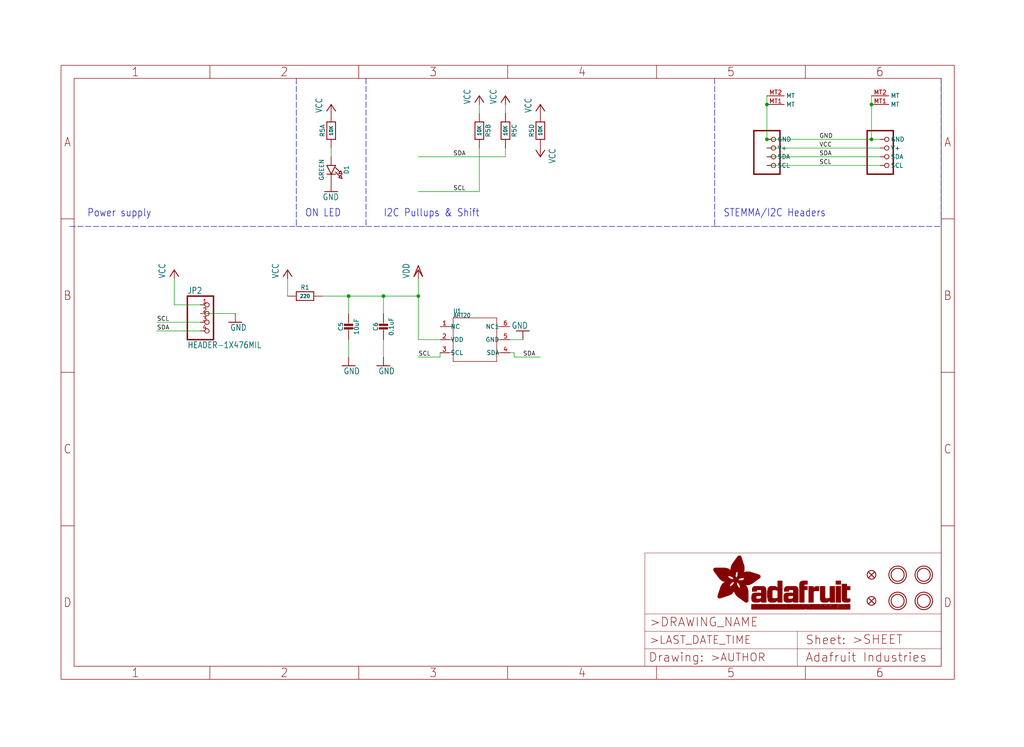
<source format=kicad_sch>
(kicad_sch (version 20211123) (generator eeschema)
  (paper "User" 298.45 217.881)
  (lib_symbols
    (symbol "eagleSchem-eagle-import:CAP_CERAMIC0603_NO"
      (property "Reference" "C" (at -2.29 1.25 90))
      (property "Value" "CAP_CERAMIC0603_NO" (at 2.3 1.25 90))
      (symbol "CAP_CERAMIC0603_NO_1_0"
        (pin passive line (at 0 5.08 270) (length 2.54) (name "1") (number "1"))
        (pin passive line (at 0 -2.54 90) (length 2.54) (name "2") (number "2"))
      )
    )
    (symbol "eagleSchem-eagle-import:CAP_CERAMIC0805-NOOUTLINE"
      (property "Reference" "C" (at -2.29 1.25 90))
      (property "Value" "CAP_CERAMIC0805-NOOUTLINE" (at 2.3 1.25 90))
      (symbol "CAP_CERAMIC0805-NOOUTLINE_1_0"
        (pin passive line (at 0 5.08 270) (length 2.54) (name "1") (number "1"))
        (pin passive line (at 0 -2.54 90) (length 2.54) (name "2") (number "2"))
      )
    )
    (symbol "eagleSchem-eagle-import:FIDUCIAL_1MM")
    (symbol "eagleSchem-eagle-import:FRAME_A4_ADAFRUIT"
      (symbol "FRAME_A4_ADAFRUIT_0_0"
        (text "1" (at 21.6958 1.905 0) (effects (font (size 2.54 2.286))))
        (text "1" (at 21.6958 177.165 0) (effects (font (size 2.54 2.286))))
        (text "2" (at 65.0875 1.905 0) (effects (font (size 2.54 2.286))))
        (text "2" (at 65.0875 177.165 0) (effects (font (size 2.54 2.286))))
        (text "3" (at 108.4792 1.905 0) (effects (font (size 2.54 2.286))))
        (text "3" (at 108.4792 177.165 0) (effects (font (size 2.54 2.286))))
        (text "4" (at 151.8708 1.905 0) (effects (font (size 2.54 2.286))))
        (text "4" (at 151.8708 177.165 0) (effects (font (size 2.54 2.286))))
        (text "5" (at 195.2625 1.905 0) (effects (font (size 2.54 2.286))))
        (text "5" (at 195.2625 177.165 0) (effects (font (size 2.54 2.286))))
        (text "6" (at 238.6542 1.905 0) (effects (font (size 2.54 2.286))))
        (text "6" (at 238.6542 177.165 0) (effects (font (size 2.54 2.286))))
        (text "A" (at 1.905 156.6863 0) (effects (font (size 2.54 2.286))))
        (text "A" (at 258.445 156.6863 0) (effects (font (size 2.54 2.286))))
        (text "B" (at 1.905 111.9188 0) (effects (font (size 2.54 2.286))))
        (text "B" (at 258.445 111.9188 0) (effects (font (size 2.54 2.286))))
        (text "C" (at 1.905 67.1513 0) (effects (font (size 2.54 2.286))))
        (text "C" (at 258.445 67.1513 0) (effects (font (size 2.54 2.286))))
        (text "D" (at 1.905 22.3838 0) (effects (font (size 2.54 2.286))))
        (text "D" (at 258.445 22.3838 0) (effects (font (size 2.54 2.286))))
      )
      (symbol "FRAME_A4_ADAFRUIT_1_0"
        (text ">AUTHOR" (at 189.23 5.08 0) (effects (font (size 2.286 2.286)) (justify left bottom)))
        (text ">DRAWING_NAME" (at 171.45 15.24 0) (effects (font (size 2.54 2.54)) (justify left bottom)))
        (text ">LAST_DATE_TIME" (at 171.45 10.16 0) (effects (font (size 2.286 2.286)) (justify left bottom)))
        (text ">SHEET" (at 230.505 10.16 0) (effects (font (size 2.54 2.54)) (justify left bottom)))
        (text "Adafruit Industries" (at 216.916 4.953 0) (effects (font (size 2.54 2.54)) (justify left bottom)))
        (text "Drawing:" (at 171.196 4.953 0) (effects (font (size 2.54 2.54)) (justify left bottom)))
        (text "Sheet:" (at 216.916 10.033 0) (effects (font (size 2.54 2.54)) (justify left bottom)))
      )
    )
    (symbol "eagleSchem-eagle-import:GND" (power)
      (property "Value" "GND" (at -2.54 -2.54 0))
      (symbol "GND_1_0"
        (pin power_in line (at 0 2.54 270) (length 2.54) (name "GND") (number "1"))
      )
    )
    (symbol "eagleSchem-eagle-import:HEADER-1X476MIL"
      (property "Reference" "JP" (at -6.35 8.255 0))
      (property "Value" "HEADER-1X476MIL" (at -6.35 -7.62 0))
      (symbol "HEADER-1X476MIL_1_0"
        (pin passive inverted (at -2.54 5.08 0) (length 2.54) (name "1") (number "1"))
        (pin passive inverted (at -2.54 2.54 0) (length 2.54) (name "2") (number "2"))
        (pin passive inverted (at -2.54 0 0) (length 2.54) (name "3") (number "3"))
        (pin passive inverted (at -2.54 -2.54 0) (length 2.54) (name "4") (number "4"))
      )
    )
    (symbol "eagleSchem-eagle-import:LED0603_NOOUTLINE"
      (property "Reference" "D" (at -1.27 4.445 0))
      (property "Value" "LED0603_NOOUTLINE" (at -1.27 -2.794 0))
      (symbol "LED0603_NOOUTLINE_1_0"
        (pin passive line (at -5.08 0 0) (length 2.54) (name "A") (number "A"))
        (pin passive line (at 2.54 0 180) (length 2.54) (name "C") (number "C"))
      )
    )
    (symbol "eagleSchem-eagle-import:MOUNTINGHOLE2.5")
    (symbol "eagleSchem-eagle-import:RESISTOR_0603_NOOUT"
      (property "Reference" "R" (at 0 2.54 0))
      (property "Value" "RESISTOR_0603_NOOUT" (at 0 0 0))
      (symbol "RESISTOR_0603_NOOUT_1_0"
        (pin passive line (at -5.08 0 0) (length 2.54) (name "1") (number "1"))
        (pin passive line (at 5.08 0 180) (length 2.54) (name "2") (number "2"))
      )
    )
    (symbol "eagleSchem-eagle-import:RESISTOR_4PACK"
      (property "Reference" "R" (at 0 2.54 0))
      (property "Value" "RESISTOR_4PACK" (at 0 0 0))
      (symbol "RESISTOR_4PACK_1_0"
        (pin passive line (at -5.08 0 0) (length 2.54) (name "1") (number "1"))
        (pin passive line (at 5.08 0 180) (length 2.54) (name "2") (number "8"))
      )
      (symbol "RESISTOR_4PACK_2_0"
        (pin passive line (at -5.08 0 0) (length 2.54) (name "1") (number "2"))
        (pin passive line (at 5.08 0 180) (length 2.54) (name "2") (number "7"))
      )
      (symbol "RESISTOR_4PACK_3_0"
        (pin passive line (at -5.08 0 0) (length 2.54) (name "1") (number "3"))
        (pin passive line (at 5.08 0 180) (length 2.54) (name "2") (number "6"))
      )
      (symbol "RESISTOR_4PACK_4_0"
        (pin passive line (at -5.08 0 0) (length 2.54) (name "1") (number "4"))
        (pin passive line (at 5.08 0 180) (length 2.54) (name "2") (number "5"))
      )
    )
    (symbol "eagleSchem-eagle-import:SENSOR-AHT20"
      (property "Reference" "U" (at -6.35 7.62 0))
      (property "Value" "SENSOR-AHT20" (at -6.35 6.35 0))
      (symbol "SENSOR-AHT20_1_0"
        (pin bidirectional line (at -10.16 3.81 0) (length 2.54) (name "NC") (number "1"))
        (pin bidirectional line (at -10.16 0 0) (length 2.54) (name "VDD") (number "2"))
        (pin bidirectional line (at -10.16 -3.81 0) (length 2.54) (name "SCL") (number "3"))
        (pin bidirectional line (at 10.16 -3.81 180) (length 2.54) (name "SDA") (number "4"))
        (pin bidirectional line (at 10.16 0 180) (length 2.54) (name "GND") (number "5"))
        (pin bidirectional line (at 10.16 3.81 180) (length 2.54) (name "NC1") (number "6"))
      )
    )
    (symbol "eagleSchem-eagle-import:STEMMA_I2C_QT"
      (symbol "STEMMA_I2C_QT_1_0"
        (pin passive inverted (at 0 5.08 0) (length 2.54) (name "GND") (number "1"))
        (pin passive inverted (at 0 2.54 0) (length 2.54) (name "V+") (number "2"))
        (pin passive inverted (at 0 0 0) (length 2.54) (name "SDA") (number "3"))
        (pin passive inverted (at 0 -2.54 0) (length 2.54) (name "SCL") (number "4"))
      )
      (symbol "STEMMA_I2C_QT_2_0"
        (pin bidirectional line (at 0 0 0) (length 5.08) (name "MT") (number "MT1"))
      )
      (symbol "STEMMA_I2C_QT_3_0"
        (pin bidirectional line (at 0 0 0) (length 5.08) (name "MT") (number "MT2"))
      )
    )
    (symbol "eagleSchem-eagle-import:VCC" (power)
      (property "Value" "VCC" (at -2.54 -2.54 90))
      (symbol "VCC_1_0"
        (pin power_in line (at 0 -2.54 90) (length 2.54) (name "VCC") (number "1"))
      )
    )
    (symbol "eagleSchem-eagle-import:VDD" (power)
      (property "Value" "VDD" (at -2.54 -2.54 90))
      (symbol "VDD_1_0"
        (pin power_in line (at 0 -2.54 90) (length 2.54) (name "VDD") (number "1"))
      )
    )
  )
  (junction (at 121.92 86.36))
  (junction (at 111.76 86.36))
  (junction (at 254 40.64))
  (junction (at 101.6 86.36))
  (junction (at 254 30.48))
  (junction (at 223.52 30.48))
  (junction (at 223.52 40.64))
  (wire (pts (xy 147.32 33.02) (xy 147.32 30.48)))
  (wire (pts (xy 96.52 45.72) (xy 96.52 43.18)))
  (wire (pts (xy 111.76 86.36) (xy 111.76 91.44)))
  (polyline (pts (xy 208.28 66.04) (xy 274.32 66.04)))
  (wire (pts (xy 223.52 27.94) (xy 223.52 30.48)))
  (wire (pts (xy 256.54 40.64) (xy 254 40.64)))
  (polyline (pts (xy 86.36 22.86) (xy 86.36 66.04)))
  (wire (pts (xy 58.42 88.9) (xy 50.8 88.9)))
  (wire (pts (xy 139.7 43.18) (xy 139.7 55.88)))
  (wire (pts (xy 223.52 43.18) (xy 256.54 43.18)))
  (wire (pts (xy 101.6 86.36) (xy 111.76 86.36)))
  (wire (pts (xy 223.52 30.48) (xy 223.52 40.64)))
  (polyline (pts (xy 274.32 22.86) (xy 274.32 66.04)))
  (wire (pts (xy 111.76 86.36) (xy 121.92 86.36)))
  (wire (pts (xy 58.42 91.44) (xy 68.58 91.44)))
  (wire (pts (xy 111.76 99.06) (xy 111.76 104.14)))
  (wire (pts (xy 148.59 99.06) (xy 152.4 99.06)))
  (polyline (pts (xy 208.28 22.86) (xy 208.28 66.04)))
  (polyline (pts (xy 20.32 66.04) (xy 86.36 66.04)))
  (polyline (pts (xy 86.36 66.04) (xy 106.68 66.04)))
  (wire (pts (xy 254 27.94) (xy 254 30.48)))
  (wire (pts (xy 83.82 81.28) (xy 83.82 86.36)))
  (polyline (pts (xy 106.68 22.86) (xy 106.68 66.04)))
  (wire (pts (xy 254 40.64) (xy 223.52 40.64)))
  (polyline (pts (xy 106.68 66.04) (xy 208.28 66.04)))
  (wire (pts (xy 58.42 96.52) (xy 45.72 96.52)))
  (wire (pts (xy 147.32 43.18) (xy 147.32 45.72)))
  (wire (pts (xy 254 30.48) (xy 254 40.64)))
  (wire (pts (xy 148.59 102.87) (xy 149.86 102.87)))
  (wire (pts (xy 149.86 102.87) (xy 149.86 104.14)))
  (wire (pts (xy 101.6 86.36) (xy 101.6 91.44)))
  (wire (pts (xy 256.54 45.72) (xy 223.52 45.72)))
  (wire (pts (xy 128.27 102.87) (xy 128.27 104.14)))
  (wire (pts (xy 128.27 104.14) (xy 121.92 104.14)))
  (wire (pts (xy 121.92 86.36) (xy 121.92 99.06)))
  (wire (pts (xy 223.52 48.26) (xy 256.54 48.26)))
  (wire (pts (xy 93.98 86.36) (xy 101.6 86.36)))
  (wire (pts (xy 50.8 88.9) (xy 50.8 81.28)))
  (wire (pts (xy 58.42 93.98) (xy 45.72 93.98)))
  (wire (pts (xy 147.32 45.72) (xy 121.92 45.72)))
  (wire (pts (xy 149.86 104.14) (xy 157.48 104.14)))
  (wire (pts (xy 101.6 99.06) (xy 101.6 104.14)))
  (wire (pts (xy 121.92 99.06) (xy 128.27 99.06)))
  (wire (pts (xy 139.7 55.88) (xy 121.92 55.88)))
  (wire (pts (xy 139.7 30.48) (xy 139.7 33.02)))
  (wire (pts (xy 121.92 81.28) (xy 121.92 86.36)))
  (text "ON LED" (at 88.9 63.5 180) (effects (font (size 2.1844 1.8567)) (justify left bottom)))
  (text "STEMMA/I2C Headers" (at 210.82 63.5 180) (effects (font (size 2.1844 1.8567)) (justify left bottom)))
  (text "I2C Pullups & Shift" (at 111.76 63.5 180) (effects (font (size 2.1844 1.8567)) (justify left bottom)))
  (text "Power supply" (at 25.4 63.5 180) (effects (font (size 2.1844 1.8567)) (justify left bottom)))
  (label "GND" (at 238.76 40.64 0) (effects (font (size 1.2446 1.2446))))
  (label "SCL" (at 238.76 48.26 0) (effects (font (size 1.2446 1.2446))))
  (label "SCL" (at 45.72 93.98 0) (effects (font (size 1.2446 1.2446))))
  (label "SCL" (at 132.08 55.88 0) (effects (font (size 1.2446 1.2446))))
  (label "SDA" (at 132.08 45.72 0) (effects (font (size 1.2446 1.2446))))
  (label "SDA" (at 238.76 45.72 0) (effects (font (size 1.2446 1.2446))))
  (label "SDA" (at 152.4 104.14 0) (effects (font (size 1.2446 1.2446))))
  (label "SDA" (at 45.72 96.52 0) (effects (font (size 1.2446 1.2446))))
  (label "SCL" (at 121.92 104.14 0) (effects (font (size 1.2446 1.2446))))
  (label "VCC" (at 238.76 43.18 0) (effects (font (size 1.2446 1.2446))))
  (symbol (lib_id "eagleSchem-eagle-import:RESISTOR_4PACK") (at 139.7 38.1 270) (unit 2)
    (property "Reference" "R5" (at 142.24 38.1 0))
    (property "Value" "10K" (at 139.7 38.1 0) (effects (font (size 1.016 1.016) bold)))
    (property "Footprint" "eagleSchem:RESPACK_4X0603" (effects hide))
  )
  (symbol (lib_id "eagleSchem-eagle-import:GND") (at 96.52 55.88 0) (unit 1)
    (property "Reference" "#GND6" (effects hide))
    (property "Value" "GND" (at 93.98 58.42 0) (effects (font (size 1.778 1.5113)) (justify left bottom)))
    (property "Footprint" "eagleSchem:" (effects hide))
  )
  (symbol (lib_id "eagleSchem-eagle-import:RESISTOR_0603_NOOUT") (at 88.9 86.36 0) (unit 1)
    (property "Reference" "R1" (at 88.9 83.82 0))
    (property "Value" "220" (at 88.9 86.36 0) (effects (font (size 1.016 1.016) bold)))
    (property "Footprint" "eagleSchem:0603-NO" (effects hide))
  )
  (symbol (lib_id "eagleSchem-eagle-import:VCC") (at 50.8 78.74 0) (unit 1)
    (property "Reference" "#P+8" (effects hide))
    (property "Value" "VCC" (at 48.26 81.28 90) (effects (font (size 1.778 1.5113)) (justify left bottom)))
    (property "Footprint" "eagleSchem:" (effects hide))
  )
  (symbol (lib_id "eagleSchem-eagle-import:STEMMA_I2C_QT") (at 223.52 30.48 0) (unit 2)
    (property "Reference" "CONN3" (effects hide))
    (property "Value" "STEMMA_I2C_QT" (effects hide))
    (property "Footprint" "eagleSchem:JST_SH4" (effects hide))
  )
  (symbol (lib_id "eagleSchem-eagle-import:MOUNTINGHOLE2.5") (at 261.62 167.64 0) (unit 1)
    (property "Reference" "U$20" (effects hide))
    (property "Value" "MOUNTINGHOLE2.5" (effects hide))
    (property "Footprint" "eagleSchem:MOUNTINGHOLE_2.5_PLATED" (effects hide))
  )
  (symbol (lib_id "eagleSchem-eagle-import:RESISTOR_4PACK") (at 147.32 38.1 270) (unit 3)
    (property "Reference" "R5" (at 149.86 38.1 0))
    (property "Value" "10K" (at 147.32 38.1 0) (effects (font (size 1.016 1.016) bold)))
    (property "Footprint" "eagleSchem:RESPACK_4X0603" (effects hide))
  )
  (symbol (lib_id "eagleSchem-eagle-import:VCC") (at 139.7 27.94 0) (unit 1)
    (property "Reference" "#P+5" (effects hide))
    (property "Value" "VCC" (at 137.16 30.48 90) (effects (font (size 1.778 1.5113)) (justify left bottom)))
    (property "Footprint" "eagleSchem:" (effects hide))
  )
  (symbol (lib_id "eagleSchem-eagle-import:VCC") (at 83.82 78.74 0) (unit 1)
    (property "Reference" "#P+10" (effects hide))
    (property "Value" "VCC" (at 81.28 81.28 90) (effects (font (size 1.778 1.5113)) (justify left bottom)))
    (property "Footprint" "eagleSchem:" (effects hide))
  )
  (symbol (lib_id "eagleSchem-eagle-import:STEMMA_I2C_QT") (at 254 27.94 0) (unit 3)
    (property "Reference" "CONN4" (effects hide))
    (property "Value" "STEMMA_I2C_QT" (effects hide))
    (property "Footprint" "eagleSchem:JST_SH4" (effects hide))
  )
  (symbol (lib_id "eagleSchem-eagle-import:GND") (at 152.4 96.52 180) (unit 1)
    (property "Reference" "#U$3" (effects hide))
    (property "Value" "GND" (at 153.924 93.98 0) (effects (font (size 1.778 1.5113)) (justify left bottom)))
    (property "Footprint" "eagleSchem:" (effects hide))
  )
  (symbol (lib_id "eagleSchem-eagle-import:VCC") (at 157.48 30.48 0) (unit 1)
    (property "Reference" "#P+4" (effects hide))
    (property "Value" "VCC" (at 154.94 33.02 90) (effects (font (size 1.778 1.5113)) (justify left bottom)))
    (property "Footprint" "eagleSchem:" (effects hide))
  )
  (symbol (lib_id "eagleSchem-eagle-import:GND") (at 111.76 106.68 0) (unit 1)
    (property "Reference" "#U$12" (effects hide))
    (property "Value" "GND" (at 110.236 109.22 0) (effects (font (size 1.778 1.5113)) (justify left bottom)))
    (property "Footprint" "eagleSchem:" (effects hide))
  )
  (symbol (lib_id "eagleSchem-eagle-import:FRAME_A4_ADAFRUIT") (at 17.78 198.12 0) (unit 1)
    (property "Reference" "#U$21" (effects hide))
    (property "Value" "FRAME_A4_ADAFRUIT" (effects hide))
    (property "Footprint" "eagleSchem:" (effects hide))
  )
  (symbol (lib_id "eagleSchem-eagle-import:SENSOR-AHT20") (at 138.43 99.06 0) (unit 1)
    (property "Reference" "U1" (at 132.08 91.44 0) (effects (font (size 1.27 1.0795)) (justify left bottom)))
    (property "Value" "AHT20" (at 132.08 92.71 0) (effects (font (size 1.27 1.0795)) (justify left bottom)))
    (property "Footprint" "eagleSchem:SNR6-1.0-3X3X1MM" (effects hide))
  )
  (symbol (lib_id "eagleSchem-eagle-import:VCC") (at 157.48 45.72 180) (unit 1)
    (property "Reference" "#P+9" (effects hide))
    (property "Value" "VCC" (at 160.02 43.18 90) (effects (font (size 1.778 1.5113)) (justify left bottom)))
    (property "Footprint" "eagleSchem:" (effects hide))
  )
  (symbol (lib_id "eagleSchem-eagle-import:FIDUCIAL_1MM") (at 254 175.26 0) (unit 1)
    (property "Reference" "FID3" (effects hide))
    (property "Value" "FIDUCIAL_1MM" (effects hide))
    (property "Footprint" "eagleSchem:FIDUCIAL_1MM" (effects hide))
  )
  (symbol (lib_id "eagleSchem-eagle-import:STEMMA_I2C_QT") (at 223.52 27.94 0) (unit 3)
    (property "Reference" "CONN3" (effects hide))
    (property "Value" "STEMMA_I2C_QT" (effects hide))
    (property "Footprint" "eagleSchem:JST_SH4" (effects hide))
  )
  (symbol (lib_id "eagleSchem-eagle-import:LED0603_NOOUTLINE") (at 96.52 50.8 270) (unit 1)
    (property "Reference" "D1" (at 100.965 49.53 0))
    (property "Value" "GREEN" (at 93.726 49.53 0))
    (property "Footprint" "eagleSchem:CHIPLED_0603_NOOUTLINE" (effects hide))
  )
  (symbol (lib_id "eagleSchem-eagle-import:CAP_CERAMIC0603_NO") (at 111.76 96.52 0) (unit 1)
    (property "Reference" "C6" (at 109.47 95.27 90))
    (property "Value" "0.1uF" (at 114.06 95.27 90))
    (property "Footprint" "eagleSchem:0603-NO" (effects hide))
  )
  (symbol (lib_id "eagleSchem-eagle-import:MOUNTINGHOLE2.5") (at 269.24 167.64 0) (unit 1)
    (property "Reference" "U$22" (effects hide))
    (property "Value" "MOUNTINGHOLE2.5" (effects hide))
    (property "Footprint" "eagleSchem:MOUNTINGHOLE_2.5_PLATED" (effects hide))
  )
  (symbol (lib_id "eagleSchem-eagle-import:GND") (at 101.6 106.68 0) (unit 1)
    (property "Reference" "#U$11" (effects hide))
    (property "Value" "GND" (at 100.076 109.22 0) (effects (font (size 1.778 1.5113)) (justify left bottom)))
    (property "Footprint" "eagleSchem:" (effects hide))
  )
  (symbol (lib_id "eagleSchem-eagle-import:VCC") (at 96.52 30.48 0) (unit 1)
    (property "Reference" "#P+2" (effects hide))
    (property "Value" "VCC" (at 93.98 33.02 90) (effects (font (size 1.778 1.5113)) (justify left bottom)))
    (property "Footprint" "eagleSchem:" (effects hide))
  )
  (symbol (lib_id "eagleSchem-eagle-import:VDD") (at 121.92 78.74 0) (unit 1)
    (property "Reference" "#VDD1" (effects hide))
    (property "Value" "VDD" (at 119.38 81.28 90) (effects (font (size 1.778 1.5113)) (justify left bottom)))
    (property "Footprint" "eagleSchem:" (effects hide))
  )
  (symbol (lib_id "eagleSchem-eagle-import:RESISTOR_4PACK") (at 157.48 38.1 90) (unit 4)
    (property "Reference" "R5" (at 154.94 38.1 0))
    (property "Value" "10K" (at 157.48 38.1 0) (effects (font (size 1.016 1.016) bold)))
    (property "Footprint" "eagleSchem:RESPACK_4X0603" (effects hide))
  )
  (symbol (lib_id "eagleSchem-eagle-import:STEMMA_I2C_QT") (at 223.52 45.72 0) (unit 1)
    (property "Reference" "CONN3" (effects hide))
    (property "Value" "STEMMA_I2C_QT" (effects hide))
    (property "Footprint" "eagleSchem:JST_SH4" (effects hide))
  )
  (symbol (lib_id "eagleSchem-eagle-import:STEMMA_I2C_QT") (at 254 30.48 0) (unit 2)
    (property "Reference" "CONN4" (effects hide))
    (property "Value" "STEMMA_I2C_QT" (effects hide))
    (property "Footprint" "eagleSchem:JST_SH4" (effects hide))
  )
  (symbol (lib_id "eagleSchem-eagle-import:CAP_CERAMIC0805-NOOUTLINE") (at 101.6 96.52 0) (unit 1)
    (property "Reference" "C5" (at 99.31 95.27 90))
    (property "Value" "10uF" (at 103.9 95.27 90))
    (property "Footprint" "eagleSchem:0805-NO" (effects hide))
  )
  (symbol (lib_id "eagleSchem-eagle-import:GND") (at 68.58 93.98 0) (unit 1)
    (property "Reference" "#U$14" (effects hide))
    (property "Value" "GND" (at 67.056 96.52 0) (effects (font (size 1.778 1.5113)) (justify left bottom)))
    (property "Footprint" "eagleSchem:" (effects hide))
  )
  (symbol (lib_id "eagleSchem-eagle-import:MOUNTINGHOLE2.5") (at 269.24 175.26 0) (unit 1)
    (property "Reference" "U$25" (effects hide))
    (property "Value" "MOUNTINGHOLE2.5" (effects hide))
    (property "Footprint" "eagleSchem:MOUNTINGHOLE_2.5_PLATED" (effects hide))
  )
  (symbol (lib_id "eagleSchem-eagle-import:STEMMA_I2C_QT") (at 256.54 45.72 0) (unit 1)
    (property "Reference" "CONN4" (effects hide))
    (property "Value" "STEMMA_I2C_QT" (effects hide))
    (property "Footprint" "eagleSchem:JST_SH4" (effects hide))
  )
  (symbol (lib_id "eagleSchem-eagle-import:RESISTOR_4PACK") (at 96.52 38.1 90) (unit 1)
    (property "Reference" "R5" (at 93.98 38.1 0))
    (property "Value" "10K" (at 96.52 38.1 0) (effects (font (size 1.016 1.016) bold)))
    (property "Footprint" "eagleSchem:RESPACK_4X0603" (effects hide))
  )
  (symbol (lib_id "eagleSchem-eagle-import:VCC") (at 147.32 27.94 0) (unit 1)
    (property "Reference" "#P+6" (effects hide))
    (property "Value" "VCC" (at 144.78 30.48 90) (effects (font (size 1.778 1.5113)) (justify left bottom)))
    (property "Footprint" "eagleSchem:" (effects hide))
  )
  (symbol (lib_id "eagleSchem-eagle-import:FIDUCIAL_1MM") (at 254 167.64 0) (unit 1)
    (property "Reference" "FID4" (effects hide))
    (property "Value" "FIDUCIAL_1MM" (effects hide))
    (property "Footprint" "eagleSchem:FIDUCIAL_1MM" (effects hide))
  )
  (symbol (lib_id "eagleSchem-eagle-import:MOUNTINGHOLE2.5") (at 261.62 175.26 0) (unit 1)
    (property "Reference" "U$19" (effects hide))
    (property "Value" "MOUNTINGHOLE2.5" (effects hide))
    (property "Footprint" "eagleSchem:MOUNTINGHOLE_2.5_PLATED" (effects hide))
  )
  (symbol (lib_id "eagleSchem-eagle-import:HEADER-1X476MIL") (at 60.96 93.98 0) (unit 1)
    (property "Reference" "JP2" (at 54.61 85.725 0) (effects (font (size 1.778 1.5113)) (justify left bottom)))
    (property "Value" "HEADER-1X476MIL" (at 54.61 101.6 0) (effects (font (size 1.778 1.5113)) (justify left bottom)))
    (property "Footprint" "eagleSchem:1X04_ROUND_76" (effects hide))
  )
)
</source>
